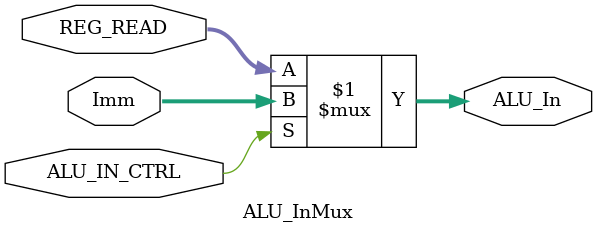
<source format=sv>
`timescale 1ns / 1ps


module ALU_InMux(
    input logic ALU_IN_CTRL,
    input logic [31:0] Imm,
    input logic [31:0] REG_READ,
    output logic [31:0] ALU_In
    );
    
    assign ALU_In = ALU_IN_CTRL ? Imm : REG_READ;

endmodule

</source>
